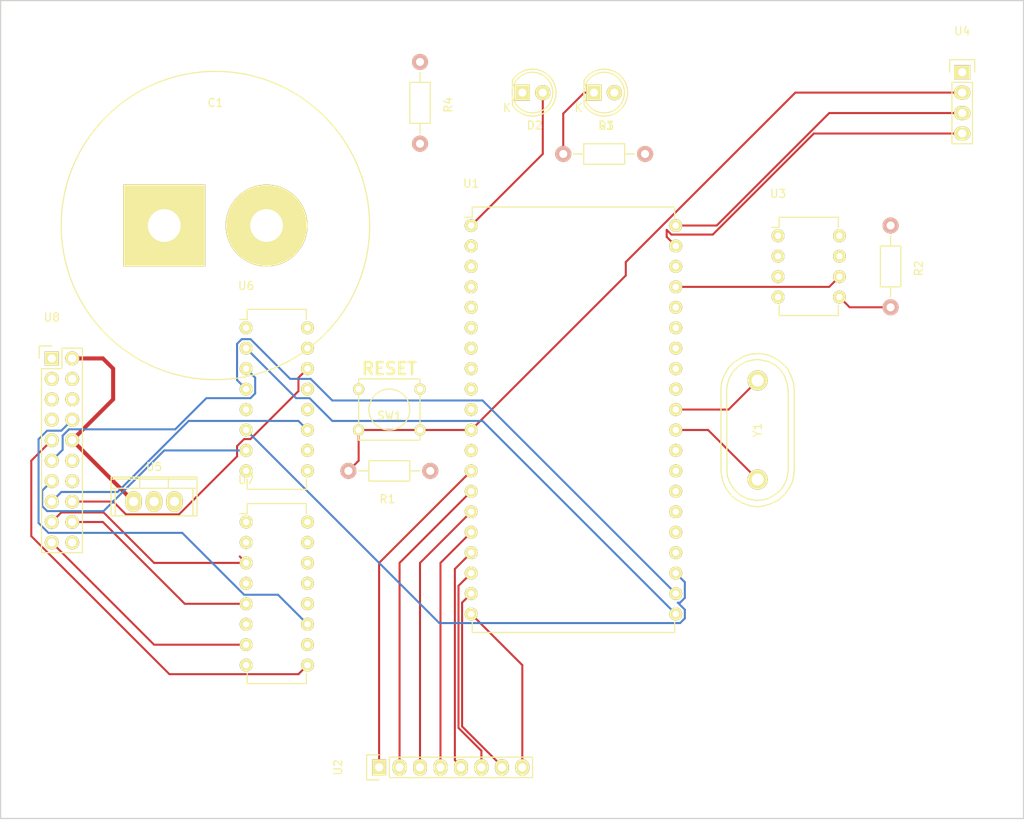
<source format=kicad_pcb>
(kicad_pcb (version 4) (host pcbnew 4.0.0-stable)

  (general
    (links 74)
    (no_connects 74)
    (area 30.404999 30.404999 157.555001 132.155001)
    (thickness 1.6)
    (drawings 5)
    (tracks 148)
    (zones 0)
    (modules 17)
    (nets 58)
  )

  (page A4)
  (layers
    (0 F.Cu signal)
    (31 B.Cu signal)
    (32 B.Adhes user)
    (33 F.Adhes user)
    (34 B.Paste user)
    (35 F.Paste user)
    (36 B.SilkS user)
    (37 F.SilkS user)
    (38 B.Mask user)
    (39 F.Mask user)
    (40 Dwgs.User user)
    (41 Cmts.User user)
    (42 Eco1.User user)
    (43 Eco2.User user)
    (44 Edge.Cuts user)
    (45 Margin user)
    (46 B.CrtYd user)
    (47 F.CrtYd user)
    (48 B.Fab user)
    (49 F.Fab user)
  )

  (setup
    (last_trace_width 0.25)
    (trace_clearance 0.2)
    (zone_clearance 0.508)
    (zone_45_only no)
    (trace_min 0.2)
    (segment_width 0.2)
    (edge_width 0.15)
    (via_size 0.6)
    (via_drill 0.4)
    (via_min_size 0.4)
    (via_min_drill 0.3)
    (uvia_size 0.3)
    (uvia_drill 0.1)
    (uvias_allowed no)
    (uvia_min_size 0.2)
    (uvia_min_drill 0.1)
    (pcb_text_width 0.3)
    (pcb_text_size 1.5 1.5)
    (mod_edge_width 0.15)
    (mod_text_size 1 1)
    (mod_text_width 0.15)
    (pad_size 1.524 1.524)
    (pad_drill 0.762)
    (pad_to_mask_clearance 0.2)
    (aux_axis_origin 0 0)
    (visible_elements FFFFFF7F)
    (pcbplotparams
      (layerselection 0x00030_80000001)
      (usegerberextensions false)
      (excludeedgelayer true)
      (linewidth 0.100000)
      (plotframeref false)
      (viasonmask false)
      (mode 1)
      (useauxorigin false)
      (hpglpennumber 1)
      (hpglpenspeed 20)
      (hpglpendiameter 15)
      (hpglpenoverlay 2)
      (psnegative false)
      (psa4output false)
      (plotreference true)
      (plotvalue true)
      (plotinvisibletext false)
      (padsonsilk false)
      (subtractmaskfromsilk false)
      (outputformat 1)
      (mirror false)
      (drillshape 1)
      (scaleselection 1)
      (outputdirectory ""))
  )

  (net 0 "")
  (net 1 +3V3)
  (net 2 "Net-(R1-Pad2)")
  (net 3 GND)
  (net 4 "Net-(U1-Pad2)")
  (net 5 "Net-(U1-Pad3)")
  (net 6 "Net-(U1-Pad4)")
  (net 7 "Net-(U1-Pad5)")
  (net 8 "Net-(U1-Pad6)")
  (net 9 "Net-(U1-Pad7)")
  (net 10 "Net-(U1-Pad8)")
  (net 11 "Net-(U1-Pad13)")
  (net 12 "Net-(U1-Pad14)")
  (net 13 "Net-(U1-Pad15)")
  (net 14 "Net-(U1-Pad16)")
  (net 15 "Net-(U1-Pad17)")
  (net 16 "Net-(U1-Pad18)")
  (net 17 "Net-(U1-Pad19)")
  (net 18 "Net-(U1-Pad20)")
  (net 19 "Net-(U1-Pad30)")
  (net 20 "Net-(U1-Pad31)")
  (net 21 "Net-(U1-Pad36)")
  (net 22 "Net-(U1-Pad37)")
  (net 23 "Net-(U1-Pad39)")
  (net 24 "Net-(U1-Pad40)")
  (net 25 "Net-(D1-Pad1)")
  (net 26 "Net-(D2-Pad1)")
  (net 27 "Net-(D2-Pad2)")
  (net 28 "Net-(R2-Pad2)")
  (net 29 /D0)
  (net 30 /D1)
  (net 31 /D2)
  (net 32 /D3)
  (net 33 /D4)
  (net 34 /D5)
  (net 35 /D6)
  (net 36 /D7)
  (net 37 //IORQ)
  (net 38 //WR)
  (net 39 /A7)
  (net 40 "Net-(U6-Pad3)")
  (net 41 "Net-(U6-Pad5)")
  (net 42 "Net-(U6-Pad7)")
  (net 43 "Net-(U6-Pad9)")
  (net 44 "Net-(U6-Pad11)")
  (net 45 "Net-(U6-Pad14)")
  (net 46 "Net-(U7-Pad3)")
  (net 47 "Net-(U7-Pad5)")
  (net 48 "Net-(U7-Pad7)")
  (net 49 "Net-(U7-Pad9)")
  (net 50 "Net-(U7-Pad11)")
  (net 51 "Net-(U7-Pad15)")
  (net 52 +5V)
  (net 53 "Net-(U8-Pad3)")
  (net 54 "Net-(U8-Pad4)")
  (net 55 "Net-(U8-Pad5)")
  (net 56 "Net-(U8-Pad6)")
  (net 57 "Net-(U8-Pad7)")

  (net_class Default "This is the default net class."
    (clearance 0.2)
    (trace_width 0.25)
    (via_dia 0.6)
    (via_drill 0.4)
    (uvia_dia 0.3)
    (uvia_drill 0.1)
    (add_net +3V3)
    (add_net +5V)
    (add_net //IORQ)
    (add_net //WR)
    (add_net /A7)
    (add_net /D0)
    (add_net /D1)
    (add_net /D2)
    (add_net /D3)
    (add_net /D4)
    (add_net /D5)
    (add_net /D6)
    (add_net /D7)
    (add_net GND)
    (add_net "Net-(D1-Pad1)")
    (add_net "Net-(D2-Pad1)")
    (add_net "Net-(D2-Pad2)")
    (add_net "Net-(R1-Pad2)")
    (add_net "Net-(R2-Pad2)")
    (add_net "Net-(U1-Pad13)")
    (add_net "Net-(U1-Pad14)")
    (add_net "Net-(U1-Pad15)")
    (add_net "Net-(U1-Pad16)")
    (add_net "Net-(U1-Pad17)")
    (add_net "Net-(U1-Pad18)")
    (add_net "Net-(U1-Pad19)")
    (add_net "Net-(U1-Pad2)")
    (add_net "Net-(U1-Pad20)")
    (add_net "Net-(U1-Pad3)")
    (add_net "Net-(U1-Pad30)")
    (add_net "Net-(U1-Pad31)")
    (add_net "Net-(U1-Pad36)")
    (add_net "Net-(U1-Pad37)")
    (add_net "Net-(U1-Pad39)")
    (add_net "Net-(U1-Pad4)")
    (add_net "Net-(U1-Pad40)")
    (add_net "Net-(U1-Pad5)")
    (add_net "Net-(U1-Pad6)")
    (add_net "Net-(U1-Pad7)")
    (add_net "Net-(U1-Pad8)")
    (add_net "Net-(U6-Pad11)")
    (add_net "Net-(U6-Pad14)")
    (add_net "Net-(U6-Pad3)")
    (add_net "Net-(U6-Pad5)")
    (add_net "Net-(U6-Pad7)")
    (add_net "Net-(U6-Pad9)")
    (add_net "Net-(U7-Pad11)")
    (add_net "Net-(U7-Pad15)")
    (add_net "Net-(U7-Pad3)")
    (add_net "Net-(U7-Pad5)")
    (add_net "Net-(U7-Pad7)")
    (add_net "Net-(U7-Pad9)")
    (add_net "Net-(U8-Pad3)")
    (add_net "Net-(U8-Pad4)")
    (add_net "Net-(U8-Pad5)")
    (add_net "Net-(U8-Pad6)")
    (add_net "Net-(U8-Pad7)")
  )

  (module Resistors_ThroughHole:Resistor_Horizontal_RM10mm (layer F.Cu) (tedit 566E5AB7) (tstamp 566E51B9)
    (at 78.74 88.9 180)
    (descr "Resistor, Axial,  RM 10mm, 1/3W,")
    (tags "Resistor, Axial, RM 10mm, 1/3W,")
    (path /566E4B83)
    (fp_text reference R1 (at 0.24892 -3.50012 180) (layer F.SilkS)
      (effects (font (size 1 1) (thickness 0.15)))
    )
    (fp_text value 10K (at 0 0 180) (layer F.Fab)
      (effects (font (size 1 1) (thickness 0.15)))
    )
    (fp_line (start -2.54 -1.27) (end 2.54 -1.27) (layer F.SilkS) (width 0.15))
    (fp_line (start 2.54 -1.27) (end 2.54 1.27) (layer F.SilkS) (width 0.15))
    (fp_line (start 2.54 1.27) (end -2.54 1.27) (layer F.SilkS) (width 0.15))
    (fp_line (start -2.54 1.27) (end -2.54 -1.27) (layer F.SilkS) (width 0.15))
    (fp_line (start -2.54 0) (end -3.81 0) (layer F.SilkS) (width 0.15))
    (fp_line (start 2.54 0) (end 3.81 0) (layer F.SilkS) (width 0.15))
    (pad 1 thru_hole circle (at -5.08 0 180) (size 1.99898 1.99898) (drill 1.00076) (layers *.Cu *.SilkS *.Mask)
      (net 1 +3V3))
    (pad 2 thru_hole circle (at 5.08 0 180) (size 1.99898 1.99898) (drill 1.00076) (layers *.Cu *.SilkS *.Mask)
      (net 2 "Net-(R1-Pad2)"))
    (model Resistors_ThroughHole.3dshapes/Resistor_Horizontal_RM10mm.wrl
      (at (xyz 0 0 0))
      (scale (xyz 0.4 0.4 0.4))
      (rotate (xyz 0 0 0))
    )
  )

  (module Buttons_Switches_ThroughHole:SW_PUSH_SMALL (layer F.Cu) (tedit 566E5AB2) (tstamp 566E51C1)
    (at 78.74 81.28 180)
    (path /566E4BAC)
    (fp_text reference SW1 (at 0 -0.762 180) (layer F.SilkS)
      (effects (font (size 1 1) (thickness 0.15)))
    )
    (fp_text value SW_PUSH (at 0 0 180) (layer F.Fab)
      (effects (font (size 1 1) (thickness 0.15)))
    )
    (fp_circle (center 0 0) (end 0 -2.54) (layer F.SilkS) (width 0.15))
    (fp_line (start -3.81 -3.81) (end 3.81 -3.81) (layer F.SilkS) (width 0.15))
    (fp_line (start 3.81 -3.81) (end 3.81 3.81) (layer F.SilkS) (width 0.15))
    (fp_line (start 3.81 3.81) (end -3.81 3.81) (layer F.SilkS) (width 0.15))
    (fp_line (start -3.81 -3.81) (end -3.81 3.81) (layer F.SilkS) (width 0.15))
    (pad 1 thru_hole circle (at 3.81 -2.54 180) (size 1.397 1.397) (drill 0.8128) (layers *.Cu *.Mask F.SilkS)
      (net 2 "Net-(R1-Pad2)"))
    (pad 2 thru_hole circle (at 3.81 2.54 180) (size 1.397 1.397) (drill 0.8128) (layers *.Cu *.Mask F.SilkS)
      (net 3 GND))
    (pad 1 thru_hole circle (at -3.81 -2.54 180) (size 1.397 1.397) (drill 0.8128) (layers *.Cu *.Mask F.SilkS)
      (net 2 "Net-(R1-Pad2)"))
    (pad 2 thru_hole circle (at -3.81 2.54 180) (size 1.397 1.397) (drill 0.8128) (layers *.Cu *.Mask F.SilkS)
      (net 3 GND))
  )

  (module Housings_DIP:DIP-40_W25.4mm (layer F.Cu) (tedit 54130A77) (tstamp 566E51ED)
    (at 88.9 58.42)
    (descr "40-lead dip package, row spacing 25.4 mm (1000 mils)")
    (tags "dil dip 2.54 1000")
    (path /566E498F)
    (fp_text reference U1 (at 0 -5.22) (layer F.SilkS)
      (effects (font (size 1 1) (thickness 0.15)))
    )
    (fp_text value Propeller_P8X32A-D40 (at 0 -3.72) (layer F.Fab)
      (effects (font (size 1 1) (thickness 0.15)))
    )
    (fp_line (start -1.05 -2.45) (end -1.05 50.75) (layer F.CrtYd) (width 0.05))
    (fp_line (start 26.45 -2.45) (end 26.45 50.75) (layer F.CrtYd) (width 0.05))
    (fp_line (start -1.05 -2.45) (end 26.45 -2.45) (layer F.CrtYd) (width 0.05))
    (fp_line (start -1.05 50.75) (end 26.45 50.75) (layer F.CrtYd) (width 0.05))
    (fp_line (start 0.135 -2.295) (end 0.135 -1.025) (layer F.SilkS) (width 0.15))
    (fp_line (start 25.265 -2.295) (end 25.265 -1.025) (layer F.SilkS) (width 0.15))
    (fp_line (start 25.265 50.555) (end 25.265 49.285) (layer F.SilkS) (width 0.15))
    (fp_line (start 0.135 50.555) (end 0.135 49.285) (layer F.SilkS) (width 0.15))
    (fp_line (start 0.135 -2.295) (end 25.265 -2.295) (layer F.SilkS) (width 0.15))
    (fp_line (start 0.135 50.555) (end 25.265 50.555) (layer F.SilkS) (width 0.15))
    (fp_line (start 0.135 -1.025) (end -0.8 -1.025) (layer F.SilkS) (width 0.15))
    (pad 1 thru_hole oval (at 0 0) (size 1.6 1.6) (drill 0.8) (layers *.Cu *.Mask F.SilkS)
      (net 27 "Net-(D2-Pad2)"))
    (pad 2 thru_hole oval (at 0 2.54) (size 1.6 1.6) (drill 0.8) (layers *.Cu *.Mask F.SilkS)
      (net 4 "Net-(U1-Pad2)"))
    (pad 3 thru_hole oval (at 0 5.08) (size 1.6 1.6) (drill 0.8) (layers *.Cu *.Mask F.SilkS)
      (net 5 "Net-(U1-Pad3)"))
    (pad 4 thru_hole oval (at 0 7.62) (size 1.6 1.6) (drill 0.8) (layers *.Cu *.Mask F.SilkS)
      (net 6 "Net-(U1-Pad4)"))
    (pad 5 thru_hole oval (at 0 10.16) (size 1.6 1.6) (drill 0.8) (layers *.Cu *.Mask F.SilkS)
      (net 7 "Net-(U1-Pad5)"))
    (pad 6 thru_hole oval (at 0 12.7) (size 1.6 1.6) (drill 0.8) (layers *.Cu *.Mask F.SilkS)
      (net 8 "Net-(U1-Pad6)"))
    (pad 7 thru_hole oval (at 0 15.24) (size 1.6 1.6) (drill 0.8) (layers *.Cu *.Mask F.SilkS)
      (net 9 "Net-(U1-Pad7)"))
    (pad 8 thru_hole oval (at 0 17.78) (size 1.6 1.6) (drill 0.8) (layers *.Cu *.Mask F.SilkS)
      (net 10 "Net-(U1-Pad8)"))
    (pad 9 thru_hole oval (at 0 20.32) (size 1.6 1.6) (drill 0.8) (layers *.Cu *.Mask F.SilkS)
      (net 3 GND))
    (pad 10 thru_hole oval (at 0 22.86) (size 1.6 1.6) (drill 0.8) (layers *.Cu *.Mask F.SilkS)
      (net 3 GND))
    (pad 11 thru_hole oval (at 0 25.4) (size 1.6 1.6) (drill 0.8) (layers *.Cu *.Mask F.SilkS)
      (net 2 "Net-(R1-Pad2)"))
    (pad 12 thru_hole oval (at 0 27.94) (size 1.6 1.6) (drill 0.8) (layers *.Cu *.Mask F.SilkS)
      (net 1 +3V3))
    (pad 13 thru_hole oval (at 0 30.48) (size 1.6 1.6) (drill 0.8) (layers *.Cu *.Mask F.SilkS)
      (net 11 "Net-(U1-Pad13)"))
    (pad 14 thru_hole oval (at 0 33.02) (size 1.6 1.6) (drill 0.8) (layers *.Cu *.Mask F.SilkS)
      (net 12 "Net-(U1-Pad14)"))
    (pad 15 thru_hole oval (at 0 35.56) (size 1.6 1.6) (drill 0.8) (layers *.Cu *.Mask F.SilkS)
      (net 13 "Net-(U1-Pad15)"))
    (pad 16 thru_hole oval (at 0 38.1) (size 1.6 1.6) (drill 0.8) (layers *.Cu *.Mask F.SilkS)
      (net 14 "Net-(U1-Pad16)"))
    (pad 17 thru_hole oval (at 0 40.64) (size 1.6 1.6) (drill 0.8) (layers *.Cu *.Mask F.SilkS)
      (net 15 "Net-(U1-Pad17)"))
    (pad 18 thru_hole oval (at 0 43.18) (size 1.6 1.6) (drill 0.8) (layers *.Cu *.Mask F.SilkS)
      (net 16 "Net-(U1-Pad18)"))
    (pad 19 thru_hole oval (at 0 45.72) (size 1.6 1.6) (drill 0.8) (layers *.Cu *.Mask F.SilkS)
      (net 17 "Net-(U1-Pad19)"))
    (pad 20 thru_hole oval (at 0 48.26) (size 1.6 1.6) (drill 0.8) (layers *.Cu *.Mask F.SilkS)
      (net 18 "Net-(U1-Pad20)"))
    (pad 21 thru_hole oval (at 25.4 48.26) (size 1.6 1.6) (drill 0.8) (layers *.Cu *.Mask F.SilkS)
      (net 29 /D0))
    (pad 22 thru_hole oval (at 25.4 45.72) (size 1.6 1.6) (drill 0.8) (layers *.Cu *.Mask F.SilkS)
      (net 30 /D1))
    (pad 23 thru_hole oval (at 25.4 43.18) (size 1.6 1.6) (drill 0.8) (layers *.Cu *.Mask F.SilkS)
      (net 31 /D2))
    (pad 24 thru_hole oval (at 25.4 40.64) (size 1.6 1.6) (drill 0.8) (layers *.Cu *.Mask F.SilkS)
      (net 32 /D3))
    (pad 25 thru_hole oval (at 25.4 38.1) (size 1.6 1.6) (drill 0.8) (layers *.Cu *.Mask F.SilkS)
      (net 33 /D4))
    (pad 26 thru_hole oval (at 25.4 35.56) (size 1.6 1.6) (drill 0.8) (layers *.Cu *.Mask F.SilkS)
      (net 34 /D5))
    (pad 27 thru_hole oval (at 25.4 33.02) (size 1.6 1.6) (drill 0.8) (layers *.Cu *.Mask F.SilkS)
      (net 35 /D6))
    (pad 28 thru_hole oval (at 25.4 30.48) (size 1.6 1.6) (drill 0.8) (layers *.Cu *.Mask F.SilkS)
      (net 36 /D7))
    (pad 29 thru_hole oval (at 25.4 27.94) (size 1.6 1.6) (drill 0.8) (layers *.Cu *.Mask F.SilkS)
      (net 3 GND))
    (pad 30 thru_hole oval (at 25.4 25.4) (size 1.6 1.6) (drill 0.8) (layers *.Cu *.Mask F.SilkS)
      (net 19 "Net-(U1-Pad30)"))
    (pad 31 thru_hole oval (at 25.4 22.86) (size 1.6 1.6) (drill 0.8) (layers *.Cu *.Mask F.SilkS)
      (net 20 "Net-(U1-Pad31)"))
    (pad 32 thru_hole oval (at 25.4 20.32) (size 1.6 1.6) (drill 0.8) (layers *.Cu *.Mask F.SilkS)
      (net 1 +3V3))
    (pad 33 thru_hole oval (at 25.4 17.78) (size 1.6 1.6) (drill 0.8) (layers *.Cu *.Mask F.SilkS)
      (net 37 //IORQ))
    (pad 34 thru_hole oval (at 25.4 15.24) (size 1.6 1.6) (drill 0.8) (layers *.Cu *.Mask F.SilkS)
      (net 38 //WR))
    (pad 35 thru_hole oval (at 25.4 12.7) (size 1.6 1.6) (drill 0.8) (layers *.Cu *.Mask F.SilkS)
      (net 39 /A7))
    (pad 36 thru_hole oval (at 25.4 10.16) (size 1.6 1.6) (drill 0.8) (layers *.Cu *.Mask F.SilkS)
      (net 21 "Net-(U1-Pad36)"))
    (pad 37 thru_hole oval (at 25.4 7.62) (size 1.6 1.6) (drill 0.8) (layers *.Cu *.Mask F.SilkS)
      (net 22 "Net-(U1-Pad37)"))
    (pad 38 thru_hole oval (at 25.4 5.08) (size 1.6 1.6) (drill 0.8) (layers *.Cu *.Mask F.SilkS)
      (net 28 "Net-(R2-Pad2)"))
    (pad 39 thru_hole oval (at 25.4 2.54) (size 1.6 1.6) (drill 0.8) (layers *.Cu *.Mask F.SilkS)
      (net 23 "Net-(U1-Pad39)"))
    (pad 40 thru_hole oval (at 25.4 0) (size 1.6 1.6) (drill 0.8) (layers *.Cu *.Mask F.SilkS)
      (net 24 "Net-(U1-Pad40)"))
    (model Housings_DIP.3dshapes/DIP-40_W25.4mm.wrl
      (at (xyz 0 0 0))
      (scale (xyz 1 1 1))
      (rotate (xyz 0 0 0))
    )
  )

  (module Crystals:Crystal_HC48-U_Vertical (layer F.Cu) (tedit 0) (tstamp 566E51F3)
    (at 124.46 83.82 90)
    (descr "Crystal, Quarz, HC48/U, vertical, stehend,")
    (tags "Crystal, Quarz, HC48/U, vertical, stehend,")
    (path /566E4A7D)
    (fp_text reference Y1 (at 0 0 90) (layer F.SilkS)
      (effects (font (size 1 1) (thickness 0.15)))
    )
    (fp_text value "5 MHz" (at 0 6.35 90) (layer F.Fab)
      (effects (font (size 1 1) (thickness 0.15)))
    )
    (fp_line (start -5.15112 -3.79984) (end 5.04952 -3.85064) (layer F.SilkS) (width 0.15))
    (fp_line (start 5.04952 -3.85064) (end 5.64896 -3.74904) (layer F.SilkS) (width 0.15))
    (fp_line (start 5.64896 -3.74904) (end 6.49986 -3.50012) (layer F.SilkS) (width 0.15))
    (fp_line (start 6.49986 -3.50012) (end 7.2009 -3.0988) (layer F.SilkS) (width 0.15))
    (fp_line (start 7.2009 -3.0988) (end 8.04926 -2.25044) (layer F.SilkS) (width 0.15))
    (fp_line (start 8.04926 -2.25044) (end 8.49884 -1.39954) (layer F.SilkS) (width 0.15))
    (fp_line (start 8.49884 -1.39954) (end 8.6995 -0.55118) (layer F.SilkS) (width 0.15))
    (fp_line (start 8.6995 -0.55118) (end 8.7503 0.09906) (layer F.SilkS) (width 0.15))
    (fp_line (start 8.7503 0.09906) (end 8.49884 1.34874) (layer F.SilkS) (width 0.15))
    (fp_line (start 8.49884 1.34874) (end 8.04926 2.19964) (layer F.SilkS) (width 0.15))
    (fp_line (start 8.04926 2.19964) (end 7.44982 2.84988) (layer F.SilkS) (width 0.15))
    (fp_line (start 7.44982 2.84988) (end 6.70052 3.35026) (layer F.SilkS) (width 0.15))
    (fp_line (start 6.70052 3.35026) (end 5.64896 3.70078) (layer F.SilkS) (width 0.15))
    (fp_line (start 5.64896 3.70078) (end 4.8006 3.79984) (layer F.SilkS) (width 0.15))
    (fp_line (start 4.8006 3.79984) (end -5.00126 3.79984) (layer F.SilkS) (width 0.15))
    (fp_line (start -5.00126 3.79984) (end -5.95122 3.64998) (layer F.SilkS) (width 0.15))
    (fp_line (start -5.95122 3.64998) (end -6.70052 3.35026) (layer F.SilkS) (width 0.15))
    (fp_line (start -6.70052 3.35026) (end -7.35076 2.94894) (layer F.SilkS) (width 0.15))
    (fp_line (start -7.35076 2.94894) (end -7.8994 2.3495) (layer F.SilkS) (width 0.15))
    (fp_line (start -7.8994 2.3495) (end -8.45058 1.45034) (layer F.SilkS) (width 0.15))
    (fp_line (start -8.45058 1.45034) (end -8.65124 0.89916) (layer F.SilkS) (width 0.15))
    (fp_line (start -8.65124 0.89916) (end -8.7503 -0.20066) (layer F.SilkS) (width 0.15))
    (fp_line (start -8.7503 -0.20066) (end -8.54964 -1.24968) (layer F.SilkS) (width 0.15))
    (fp_line (start -8.54964 -1.24968) (end -8.10006 -2.14884) (layer F.SilkS) (width 0.15))
    (fp_line (start -8.10006 -2.14884) (end -7.35076 -2.94894) (layer F.SilkS) (width 0.15))
    (fp_line (start -7.35076 -2.94894) (end -6.55066 -3.44932) (layer F.SilkS) (width 0.15))
    (fp_line (start -6.55066 -3.44932) (end -5.75056 -3.74904) (layer F.SilkS) (width 0.15))
    (fp_line (start -5.75056 -3.74904) (end -5.10032 -3.79984) (layer F.SilkS) (width 0.15))
    (fp_line (start 5.10032 4.54914) (end -4.84886 4.54914) (layer F.SilkS) (width 0.15))
    (fp_line (start -4.84886 4.54914) (end -5.5499 4.50088) (layer F.SilkS) (width 0.15))
    (fp_line (start -5.5499 4.50088) (end -6.49986 4.30022) (layer F.SilkS) (width 0.15))
    (fp_line (start -6.49986 4.30022) (end -7.24916 3.8989) (layer F.SilkS) (width 0.15))
    (fp_line (start -7.24916 3.8989) (end -8.001 3.35026) (layer F.SilkS) (width 0.15))
    (fp_line (start -8.001 3.35026) (end -8.6995 2.60096) (layer F.SilkS) (width 0.15))
    (fp_line (start -8.6995 2.60096) (end -9.19988 1.5494) (layer F.SilkS) (width 0.15))
    (fp_line (start -9.19988 1.5494) (end -9.4488 0.65024) (layer F.SilkS) (width 0.15))
    (fp_line (start -9.4488 0.65024) (end -9.5504 0) (layer F.SilkS) (width 0.15))
    (fp_line (start -9.5504 0) (end -9.4488 -0.8001) (layer F.SilkS) (width 0.15))
    (fp_line (start -9.4488 -0.8001) (end -9.10082 -1.84912) (layer F.SilkS) (width 0.15))
    (fp_line (start -9.10082 -1.84912) (end -8.60044 -2.70002) (layer F.SilkS) (width 0.15))
    (fp_line (start -8.60044 -2.70002) (end -8.15086 -3.2512) (layer F.SilkS) (width 0.15))
    (fp_line (start -8.15086 -3.2512) (end -7.44982 -3.79984) (layer F.SilkS) (width 0.15))
    (fp_line (start -7.44982 -3.79984) (end -6.59892 -4.24942) (layer F.SilkS) (width 0.15))
    (fp_line (start -6.59892 -4.24942) (end -5.79882 -4.45008) (layer F.SilkS) (width 0.15))
    (fp_line (start -5.79882 -4.45008) (end -5.04952 -4.54914) (layer F.SilkS) (width 0.15))
    (fp_line (start -5.04952 -4.54914) (end 5.10032 -4.54914) (layer F.SilkS) (width 0.15))
    (fp_line (start 5.10032 -4.54914) (end 6.05028 -4.45008) (layer F.SilkS) (width 0.15))
    (fp_line (start 6.05028 -4.45008) (end 6.90118 -4.09956) (layer F.SilkS) (width 0.15))
    (fp_line (start 6.90118 -4.09956) (end 7.80034 -3.55092) (layer F.SilkS) (width 0.15))
    (fp_line (start 7.80034 -3.55092) (end 8.39978 -2.94894) (layer F.SilkS) (width 0.15))
    (fp_line (start 8.39978 -2.94894) (end 9.19988 -1.651) (layer F.SilkS) (width 0.15))
    (fp_line (start 9.19988 -1.651) (end 9.4488 -0.65024) (layer F.SilkS) (width 0.15))
    (fp_line (start 9.4488 -0.65024) (end 9.4996 0.24892) (layer F.SilkS) (width 0.15))
    (fp_line (start 9.4996 0.24892) (end 9.34974 1.15062) (layer F.SilkS) (width 0.15))
    (fp_line (start 9.34974 1.15062) (end 9.10082 1.84912) (layer F.SilkS) (width 0.15))
    (fp_line (start 9.10082 1.84912) (end 8.65124 2.60096) (layer F.SilkS) (width 0.15))
    (fp_line (start 8.65124 2.60096) (end 8.001 3.35026) (layer F.SilkS) (width 0.15))
    (fp_line (start 8.001 3.35026) (end 7.54888 3.74904) (layer F.SilkS) (width 0.15))
    (fp_line (start 7.54888 3.74904) (end 6.74878 4.15036) (layer F.SilkS) (width 0.15))
    (fp_line (start 6.74878 4.15036) (end 5.84962 4.45008) (layer F.SilkS) (width 0.15))
    (fp_line (start 5.84962 4.45008) (end 5.10032 4.54914) (layer F.SilkS) (width 0.15))
    (pad 1 thru_hole circle (at -6.14934 0 90) (size 2.49936 2.49936) (drill 1.50114) (layers *.Cu *.Mask F.SilkS)
      (net 19 "Net-(U1-Pad30)"))
    (pad 2 thru_hole circle (at 6.14934 0 90) (size 2.49936 2.49936) (drill 1.50114) (layers *.Cu *.Mask F.SilkS)
      (net 20 "Net-(U1-Pad31)"))
  )

  (module Discret:CP36V (layer F.Cu) (tedit 0) (tstamp 5688AD3F)
    (at 57.15 58.42)
    (descr "Condensateur polarise vertical")
    (tags CP)
    (path /5681FB9D)
    (fp_text reference C1 (at 0 -15.24) (layer F.SilkS)
      (effects (font (size 1 1) (thickness 0.15)))
    )
    (fp_text value "1000 µF" (at 1.27 15.24) (layer F.Fab)
      (effects (font (size 1 1) (thickness 0.15)))
    )
    (fp_circle (center 0 0) (end 19.05 1.905) (layer F.SilkS) (width 0.15))
    (pad 2 thru_hole circle (at 6.35 0) (size 10.16 10.16) (drill 4.064) (layers *.Cu *.Mask F.SilkS)
      (net 3 GND))
    (pad 1 thru_hole rect (at -6.35 0) (size 10.16 10.16) (drill 4.064) (layers *.Cu *.Mask F.SilkS)
      (net 1 +3V3))
    (model Discret.3dshapes/CP36V.wrl
      (at (xyz 0 0 0))
      (scale (xyz 1 1 1))
      (rotate (xyz 0 0 0))
    )
  )

  (module LEDs:LED-5MM (layer F.Cu) (tedit 5688D246) (tstamp 5688AD45)
    (at 104.14 41.91)
    (descr "LED 5mm round vertical")
    (tags "LED 5mm round vertical")
    (path /5681FD4E)
    (fp_text reference D1 (at 1.524 4.064) (layer F.SilkS)
      (effects (font (size 1 1) (thickness 0.15)))
    )
    (fp_text value POWER (at 1.524 -3.937) (layer F.Fab)
      (effects (font (size 1 1) (thickness 0.15)))
    )
    (fp_line (start -1.5 -1.55) (end -1.5 1.55) (layer F.CrtYd) (width 0.05))
    (fp_arc (start 1.3 0) (end -1.5 1.55) (angle -302) (layer F.CrtYd) (width 0.05))
    (fp_arc (start 1.27 0) (end -1.23 -1.5) (angle 297.5) (layer F.SilkS) (width 0.15))
    (fp_line (start -1.23 1.5) (end -1.23 -1.5) (layer F.SilkS) (width 0.15))
    (fp_circle (center 1.27 0) (end 0.97 -2.5) (layer F.SilkS) (width 0.15))
    (fp_text user K (at -1.905 1.905) (layer F.SilkS)
      (effects (font (size 1 1) (thickness 0.15)))
    )
    (pad 1 thru_hole rect (at 0 0 90) (size 2 1.9) (drill 1.00076) (layers *.Cu *.Mask F.SilkS)
      (net 25 "Net-(D1-Pad1)"))
    (pad 2 thru_hole circle (at 2.54 0) (size 1.9 1.9) (drill 1.00076) (layers *.Cu *.Mask F.SilkS)
      (net 1 +3V3))
    (model LEDs.3dshapes/LED-5MM.wrl
      (at (xyz 0.05 0 0))
      (scale (xyz 1 1 1))
      (rotate (xyz 0 0 90))
    )
  )

  (module LEDs:LED-5MM (layer F.Cu) (tedit 5688D24C) (tstamp 5688AD4B)
    (at 95.25 41.91)
    (descr "LED 5mm round vertical")
    (tags "LED 5mm round vertical")
    (path /56821EAA)
    (fp_text reference D2 (at 1.524 4.064) (layer F.SilkS)
      (effects (font (size 1 1) (thickness 0.15)))
    )
    (fp_text value DEBUG (at 1.524 -3.937) (layer F.Fab)
      (effects (font (size 1 1) (thickness 0.15)))
    )
    (fp_line (start -1.5 -1.55) (end -1.5 1.55) (layer F.CrtYd) (width 0.05))
    (fp_arc (start 1.3 0) (end -1.5 1.55) (angle -302) (layer F.CrtYd) (width 0.05))
    (fp_arc (start 1.27 0) (end -1.23 -1.5) (angle 297.5) (layer F.SilkS) (width 0.15))
    (fp_line (start -1.23 1.5) (end -1.23 -1.5) (layer F.SilkS) (width 0.15))
    (fp_circle (center 1.27 0) (end 0.97 -2.5) (layer F.SilkS) (width 0.15))
    (fp_text user K (at -1.905 1.905) (layer F.SilkS)
      (effects (font (size 1 1) (thickness 0.15)))
    )
    (pad 1 thru_hole rect (at 0 0 90) (size 2 1.9) (drill 1.00076) (layers *.Cu *.Mask F.SilkS)
      (net 26 "Net-(D2-Pad1)"))
    (pad 2 thru_hole circle (at 2.54 0) (size 1.9 1.9) (drill 1.00076) (layers *.Cu *.Mask F.SilkS)
      (net 27 "Net-(D2-Pad2)"))
    (model LEDs.3dshapes/LED-5MM.wrl
      (at (xyz 0.05 0 0))
      (scale (xyz 1 1 1))
      (rotate (xyz 0 0 90))
    )
  )

  (module Resistors_ThroughHole:Resistor_Horizontal_RM10mm (layer F.Cu) (tedit 53F56209) (tstamp 5688AD51)
    (at 140.97 63.5 270)
    (descr "Resistor, Axial,  RM 10mm, 1/3W,")
    (tags "Resistor, Axial, RM 10mm, 1/3W,")
    (path /5681F454)
    (fp_text reference R2 (at 0.24892 -3.50012 270) (layer F.SilkS)
      (effects (font (size 1 1) (thickness 0.15)))
    )
    (fp_text value 10k (at 3.81 3.81 270) (layer F.Fab)
      (effects (font (size 1 1) (thickness 0.15)))
    )
    (fp_line (start -2.54 -1.27) (end 2.54 -1.27) (layer F.SilkS) (width 0.15))
    (fp_line (start 2.54 -1.27) (end 2.54 1.27) (layer F.SilkS) (width 0.15))
    (fp_line (start 2.54 1.27) (end -2.54 1.27) (layer F.SilkS) (width 0.15))
    (fp_line (start -2.54 1.27) (end -2.54 -1.27) (layer F.SilkS) (width 0.15))
    (fp_line (start -2.54 0) (end -3.81 0) (layer F.SilkS) (width 0.15))
    (fp_line (start 2.54 0) (end 3.81 0) (layer F.SilkS) (width 0.15))
    (pad 1 thru_hole circle (at -5.08 0 270) (size 1.99898 1.99898) (drill 1.00076) (layers *.Cu *.SilkS *.Mask)
      (net 1 +3V3))
    (pad 2 thru_hole circle (at 5.08 0 270) (size 1.99898 1.99898) (drill 1.00076) (layers *.Cu *.SilkS *.Mask)
      (net 28 "Net-(R2-Pad2)"))
    (model Resistors_ThroughHole.3dshapes/Resistor_Horizontal_RM10mm.wrl
      (at (xyz 0 0 0))
      (scale (xyz 0.4 0.4 0.4))
      (rotate (xyz 0 0 0))
    )
  )

  (module Resistors_ThroughHole:Resistor_Horizontal_RM10mm (layer F.Cu) (tedit 53F56209) (tstamp 5688AD57)
    (at 105.41 49.53)
    (descr "Resistor, Axial,  RM 10mm, 1/3W,")
    (tags "Resistor, Axial, RM 10mm, 1/3W,")
    (path /5681FD9C)
    (fp_text reference R3 (at 0.24892 -3.50012) (layer F.SilkS)
      (effects (font (size 1 1) (thickness 0.15)))
    )
    (fp_text value 100 (at 3.81 3.81) (layer F.Fab)
      (effects (font (size 1 1) (thickness 0.15)))
    )
    (fp_line (start -2.54 -1.27) (end 2.54 -1.27) (layer F.SilkS) (width 0.15))
    (fp_line (start 2.54 -1.27) (end 2.54 1.27) (layer F.SilkS) (width 0.15))
    (fp_line (start 2.54 1.27) (end -2.54 1.27) (layer F.SilkS) (width 0.15))
    (fp_line (start -2.54 1.27) (end -2.54 -1.27) (layer F.SilkS) (width 0.15))
    (fp_line (start -2.54 0) (end -3.81 0) (layer F.SilkS) (width 0.15))
    (fp_line (start 2.54 0) (end 3.81 0) (layer F.SilkS) (width 0.15))
    (pad 1 thru_hole circle (at -5.08 0) (size 1.99898 1.99898) (drill 1.00076) (layers *.Cu *.SilkS *.Mask)
      (net 25 "Net-(D1-Pad1)"))
    (pad 2 thru_hole circle (at 5.08 0) (size 1.99898 1.99898) (drill 1.00076) (layers *.Cu *.SilkS *.Mask)
      (net 3 GND))
    (model Resistors_ThroughHole.3dshapes/Resistor_Horizontal_RM10mm.wrl
      (at (xyz 0 0 0))
      (scale (xyz 0.4 0.4 0.4))
      (rotate (xyz 0 0 0))
    )
  )

  (module Resistors_ThroughHole:Resistor_Horizontal_RM10mm (layer F.Cu) (tedit 53F56209) (tstamp 5688AD5D)
    (at 82.55 43.18 270)
    (descr "Resistor, Axial,  RM 10mm, 1/3W,")
    (tags "Resistor, Axial, RM 10mm, 1/3W,")
    (path /56821F00)
    (fp_text reference R4 (at 0.24892 -3.50012 270) (layer F.SilkS)
      (effects (font (size 1 1) (thickness 0.15)))
    )
    (fp_text value 100 (at 3.81 3.81 270) (layer F.Fab)
      (effects (font (size 1 1) (thickness 0.15)))
    )
    (fp_line (start -2.54 -1.27) (end 2.54 -1.27) (layer F.SilkS) (width 0.15))
    (fp_line (start 2.54 -1.27) (end 2.54 1.27) (layer F.SilkS) (width 0.15))
    (fp_line (start 2.54 1.27) (end -2.54 1.27) (layer F.SilkS) (width 0.15))
    (fp_line (start -2.54 1.27) (end -2.54 -1.27) (layer F.SilkS) (width 0.15))
    (fp_line (start -2.54 0) (end -3.81 0) (layer F.SilkS) (width 0.15))
    (fp_line (start 2.54 0) (end 3.81 0) (layer F.SilkS) (width 0.15))
    (pad 1 thru_hole circle (at -5.08 0 270) (size 1.99898 1.99898) (drill 1.00076) (layers *.Cu *.SilkS *.Mask)
      (net 26 "Net-(D2-Pad1)"))
    (pad 2 thru_hole circle (at 5.08 0 270) (size 1.99898 1.99898) (drill 1.00076) (layers *.Cu *.SilkS *.Mask)
      (net 3 GND))
    (model Resistors_ThroughHole.3dshapes/Resistor_Horizontal_RM10mm.wrl
      (at (xyz 0 0 0))
      (scale (xyz 0.4 0.4 0.4))
      (rotate (xyz 0 0 0))
    )
  )

  (module Pin_Headers:Pin_Header_Straight_1x08 (layer F.Cu) (tedit 0) (tstamp 5688AD69)
    (at 77.47 125.73 90)
    (descr "Through hole pin header")
    (tags "pin header")
    (path /5681E1A9)
    (fp_text reference U2 (at 0 -5.1 90) (layer F.SilkS)
      (effects (font (size 1 1) (thickness 0.15)))
    )
    (fp_text value VGA_daughter_board (at 0 -3.1 90) (layer F.Fab)
      (effects (font (size 1 1) (thickness 0.15)))
    )
    (fp_line (start -1.75 -1.75) (end -1.75 19.55) (layer F.CrtYd) (width 0.05))
    (fp_line (start 1.75 -1.75) (end 1.75 19.55) (layer F.CrtYd) (width 0.05))
    (fp_line (start -1.75 -1.75) (end 1.75 -1.75) (layer F.CrtYd) (width 0.05))
    (fp_line (start -1.75 19.55) (end 1.75 19.55) (layer F.CrtYd) (width 0.05))
    (fp_line (start 1.27 1.27) (end 1.27 19.05) (layer F.SilkS) (width 0.15))
    (fp_line (start 1.27 19.05) (end -1.27 19.05) (layer F.SilkS) (width 0.15))
    (fp_line (start -1.27 19.05) (end -1.27 1.27) (layer F.SilkS) (width 0.15))
    (fp_line (start 1.55 -1.55) (end 1.55 0) (layer F.SilkS) (width 0.15))
    (fp_line (start 1.27 1.27) (end -1.27 1.27) (layer F.SilkS) (width 0.15))
    (fp_line (start -1.55 0) (end -1.55 -1.55) (layer F.SilkS) (width 0.15))
    (fp_line (start -1.55 -1.55) (end 1.55 -1.55) (layer F.SilkS) (width 0.15))
    (pad 1 thru_hole rect (at 0 0 90) (size 2.032 1.7272) (drill 1.016) (layers *.Cu *.Mask F.SilkS)
      (net 11 "Net-(U1-Pad13)"))
    (pad 2 thru_hole oval (at 0 2.54 90) (size 2.032 1.7272) (drill 1.016) (layers *.Cu *.Mask F.SilkS)
      (net 12 "Net-(U1-Pad14)"))
    (pad 3 thru_hole oval (at 0 5.08 90) (size 2.032 1.7272) (drill 1.016) (layers *.Cu *.Mask F.SilkS)
      (net 13 "Net-(U1-Pad15)"))
    (pad 4 thru_hole oval (at 0 7.62 90) (size 2.032 1.7272) (drill 1.016) (layers *.Cu *.Mask F.SilkS)
      (net 14 "Net-(U1-Pad16)"))
    (pad 5 thru_hole oval (at 0 10.16 90) (size 2.032 1.7272) (drill 1.016) (layers *.Cu *.Mask F.SilkS)
      (net 15 "Net-(U1-Pad17)"))
    (pad 6 thru_hole oval (at 0 12.7 90) (size 2.032 1.7272) (drill 1.016) (layers *.Cu *.Mask F.SilkS)
      (net 16 "Net-(U1-Pad18)"))
    (pad 7 thru_hole oval (at 0 15.24 90) (size 2.032 1.7272) (drill 1.016) (layers *.Cu *.Mask F.SilkS)
      (net 17 "Net-(U1-Pad19)"))
    (pad 8 thru_hole oval (at 0 17.78 90) (size 2.032 1.7272) (drill 1.016) (layers *.Cu *.Mask F.SilkS)
      (net 18 "Net-(U1-Pad20)"))
    (model Pin_Headers.3dshapes/Pin_Header_Straight_1x08.wrl
      (at (xyz 0 -0.35 0))
      (scale (xyz 1 1 1))
      (rotate (xyz 0 0 90))
    )
  )

  (module Housings_DIP:DIP-8_W7.62mm (layer F.Cu) (tedit 54130A77) (tstamp 5688AD75)
    (at 127 59.69)
    (descr "8-lead dip package, row spacing 7.62 mm (300 mils)")
    (tags "dil dip 2.54 300")
    (path /5681F117)
    (fp_text reference U3 (at 0 -5.22) (layer F.SilkS)
      (effects (font (size 1 1) (thickness 0.15)))
    )
    (fp_text value 24LC256 (at 0 -3.72) (layer F.Fab)
      (effects (font (size 1 1) (thickness 0.15)))
    )
    (fp_line (start -1.05 -2.45) (end -1.05 10.1) (layer F.CrtYd) (width 0.05))
    (fp_line (start 8.65 -2.45) (end 8.65 10.1) (layer F.CrtYd) (width 0.05))
    (fp_line (start -1.05 -2.45) (end 8.65 -2.45) (layer F.CrtYd) (width 0.05))
    (fp_line (start -1.05 10.1) (end 8.65 10.1) (layer F.CrtYd) (width 0.05))
    (fp_line (start 0.135 -2.295) (end 0.135 -1.025) (layer F.SilkS) (width 0.15))
    (fp_line (start 7.485 -2.295) (end 7.485 -1.025) (layer F.SilkS) (width 0.15))
    (fp_line (start 7.485 9.915) (end 7.485 8.645) (layer F.SilkS) (width 0.15))
    (fp_line (start 0.135 9.915) (end 0.135 8.645) (layer F.SilkS) (width 0.15))
    (fp_line (start 0.135 -2.295) (end 7.485 -2.295) (layer F.SilkS) (width 0.15))
    (fp_line (start 0.135 9.915) (end 7.485 9.915) (layer F.SilkS) (width 0.15))
    (fp_line (start 0.135 -1.025) (end -0.8 -1.025) (layer F.SilkS) (width 0.15))
    (pad 1 thru_hole oval (at 0 0) (size 1.6 1.6) (drill 0.8) (layers *.Cu *.Mask F.SilkS)
      (net 3 GND))
    (pad 2 thru_hole oval (at 0 2.54) (size 1.6 1.6) (drill 0.8) (layers *.Cu *.Mask F.SilkS)
      (net 3 GND))
    (pad 3 thru_hole oval (at 0 5.08) (size 1.6 1.6) (drill 0.8) (layers *.Cu *.Mask F.SilkS)
      (net 3 GND))
    (pad 4 thru_hole oval (at 0 7.62) (size 1.6 1.6) (drill 0.8) (layers *.Cu *.Mask F.SilkS)
      (net 3 GND))
    (pad 5 thru_hole oval (at 7.62 7.62) (size 1.6 1.6) (drill 0.8) (layers *.Cu *.Mask F.SilkS)
      (net 28 "Net-(R2-Pad2)"))
    (pad 6 thru_hole oval (at 7.62 5.08) (size 1.6 1.6) (drill 0.8) (layers *.Cu *.Mask F.SilkS)
      (net 22 "Net-(U1-Pad37)"))
    (pad 7 thru_hole oval (at 7.62 2.54) (size 1.6 1.6) (drill 0.8) (layers *.Cu *.Mask F.SilkS)
      (net 3 GND))
    (pad 8 thru_hole oval (at 7.62 0) (size 1.6 1.6) (drill 0.8) (layers *.Cu *.Mask F.SilkS)
      (net 1 +3V3))
    (model Housings_DIP.3dshapes/DIP-8_W7.62mm.wrl
      (at (xyz 0 0 0))
      (scale (xyz 1 1 1))
      (rotate (xyz 0 0 0))
    )
  )

  (module Pin_Headers:Pin_Header_Straight_1x04 (layer F.Cu) (tedit 0) (tstamp 5688AD7D)
    (at 149.86 39.37)
    (descr "Through hole pin header")
    (tags "pin header")
    (path /5681F4AC)
    (fp_text reference U4 (at 0 -5.1) (layer F.SilkS)
      (effects (font (size 1 1) (thickness 0.15)))
    )
    (fp_text value Propeller_Plug (at 0 -3.1) (layer F.Fab)
      (effects (font (size 1 1) (thickness 0.15)))
    )
    (fp_line (start -1.75 -1.75) (end -1.75 9.4) (layer F.CrtYd) (width 0.05))
    (fp_line (start 1.75 -1.75) (end 1.75 9.4) (layer F.CrtYd) (width 0.05))
    (fp_line (start -1.75 -1.75) (end 1.75 -1.75) (layer F.CrtYd) (width 0.05))
    (fp_line (start -1.75 9.4) (end 1.75 9.4) (layer F.CrtYd) (width 0.05))
    (fp_line (start -1.27 1.27) (end -1.27 8.89) (layer F.SilkS) (width 0.15))
    (fp_line (start 1.27 1.27) (end 1.27 8.89) (layer F.SilkS) (width 0.15))
    (fp_line (start 1.55 -1.55) (end 1.55 0) (layer F.SilkS) (width 0.15))
    (fp_line (start -1.27 8.89) (end 1.27 8.89) (layer F.SilkS) (width 0.15))
    (fp_line (start 1.27 1.27) (end -1.27 1.27) (layer F.SilkS) (width 0.15))
    (fp_line (start -1.55 0) (end -1.55 -1.55) (layer F.SilkS) (width 0.15))
    (fp_line (start -1.55 -1.55) (end 1.55 -1.55) (layer F.SilkS) (width 0.15))
    (pad 1 thru_hole rect (at 0 0) (size 2.032 1.7272) (drill 1.016) (layers *.Cu *.Mask F.SilkS)
      (net 3 GND))
    (pad 2 thru_hole oval (at 0 2.54) (size 2.032 1.7272) (drill 1.016) (layers *.Cu *.Mask F.SilkS)
      (net 2 "Net-(R1-Pad2)"))
    (pad 3 thru_hole oval (at 0 5.08) (size 2.032 1.7272) (drill 1.016) (layers *.Cu *.Mask F.SilkS)
      (net 24 "Net-(U1-Pad40)"))
    (pad 4 thru_hole oval (at 0 7.62) (size 2.032 1.7272) (drill 1.016) (layers *.Cu *.Mask F.SilkS)
      (net 23 "Net-(U1-Pad39)"))
    (model Pin_Headers.3dshapes/Pin_Header_Straight_1x04.wrl
      (at (xyz 0 -0.15 0))
      (scale (xyz 1 1 1))
      (rotate (xyz 0 0 90))
    )
  )

  (module Power_Integrations:TO-220 (layer F.Cu) (tedit 0) (tstamp 5688AD84)
    (at 49.53 92.71)
    (descr "Non Isolated JEDEC TO-220 Package")
    (tags "Power Integration YN Package")
    (path /5681F8BE)
    (fp_text reference U5 (at 0 -4.318) (layer F.SilkS)
      (effects (font (size 1 1) (thickness 0.15)))
    )
    (fp_text value LM2937-3.3 (at 0 -4.318) (layer F.Fab)
      (effects (font (size 1 1) (thickness 0.15)))
    )
    (fp_line (start 4.826 -1.651) (end 4.826 1.778) (layer F.SilkS) (width 0.15))
    (fp_line (start -4.826 -1.651) (end -4.826 1.778) (layer F.SilkS) (width 0.15))
    (fp_line (start 5.334 -2.794) (end -5.334 -2.794) (layer F.SilkS) (width 0.15))
    (fp_line (start 1.778 -1.778) (end 1.778 -3.048) (layer F.SilkS) (width 0.15))
    (fp_line (start -1.778 -1.778) (end -1.778 -3.048) (layer F.SilkS) (width 0.15))
    (fp_line (start -5.334 -1.651) (end 5.334 -1.651) (layer F.SilkS) (width 0.15))
    (fp_line (start 5.334 1.778) (end -5.334 1.778) (layer F.SilkS) (width 0.15))
    (fp_line (start -5.334 -3.048) (end -5.334 1.778) (layer F.SilkS) (width 0.15))
    (fp_line (start 5.334 -3.048) (end 5.334 1.778) (layer F.SilkS) (width 0.15))
    (fp_line (start 5.334 -3.048) (end -5.334 -3.048) (layer F.SilkS) (width 0.15))
    (pad 2 thru_hole oval (at 0 0) (size 2.032 2.54) (drill 1.143) (layers *.Cu *.Mask F.SilkS)
      (net 3 GND))
    (pad 3 thru_hole oval (at 2.54 0) (size 2.032 2.54) (drill 1.143) (layers *.Cu *.Mask F.SilkS)
      (net 1 +3V3))
    (pad 1 thru_hole oval (at -2.54 0) (size 2.032 2.54) (drill 1.143) (layers *.Cu *.Mask F.SilkS)
      (net 52 +5V))
  )

  (module Housings_DIP:DIP-16_W7.62mm (layer F.Cu) (tedit 54130A77) (tstamp 5688AD98)
    (at 60.96 71.12)
    (descr "16-lead dip package, row spacing 7.62 mm (300 mils)")
    (tags "dil dip 2.54 300")
    (path /56823642)
    (fp_text reference U6 (at 0 -5.22) (layer F.SilkS)
      (effects (font (size 1 1) (thickness 0.15)))
    )
    (fp_text value 74HC4050 (at 0 -3.72) (layer F.Fab)
      (effects (font (size 1 1) (thickness 0.15)))
    )
    (fp_line (start -1.05 -2.45) (end -1.05 20.25) (layer F.CrtYd) (width 0.05))
    (fp_line (start 8.65 -2.45) (end 8.65 20.25) (layer F.CrtYd) (width 0.05))
    (fp_line (start -1.05 -2.45) (end 8.65 -2.45) (layer F.CrtYd) (width 0.05))
    (fp_line (start -1.05 20.25) (end 8.65 20.25) (layer F.CrtYd) (width 0.05))
    (fp_line (start 0.135 -2.295) (end 0.135 -1.025) (layer F.SilkS) (width 0.15))
    (fp_line (start 7.485 -2.295) (end 7.485 -1.025) (layer F.SilkS) (width 0.15))
    (fp_line (start 7.485 20.075) (end 7.485 18.805) (layer F.SilkS) (width 0.15))
    (fp_line (start 0.135 20.075) (end 0.135 18.805) (layer F.SilkS) (width 0.15))
    (fp_line (start 0.135 -2.295) (end 7.485 -2.295) (layer F.SilkS) (width 0.15))
    (fp_line (start 0.135 20.075) (end 7.485 20.075) (layer F.SilkS) (width 0.15))
    (fp_line (start 0.135 -1.025) (end -0.8 -1.025) (layer F.SilkS) (width 0.15))
    (pad 1 thru_hole oval (at 0 0) (size 1.6 1.6) (drill 0.8) (layers *.Cu *.Mask F.SilkS)
      (net 1 +3V3))
    (pad 2 thru_hole oval (at 0 2.54) (size 1.6 1.6) (drill 0.8) (layers *.Cu *.Mask F.SilkS)
      (net 29 /D0))
    (pad 3 thru_hole oval (at 0 5.08) (size 1.6 1.6) (drill 0.8) (layers *.Cu *.Mask F.SilkS)
      (net 40 "Net-(U6-Pad3)"))
    (pad 4 thru_hole oval (at 0 7.62) (size 1.6 1.6) (drill 0.8) (layers *.Cu *.Mask F.SilkS)
      (net 30 /D1))
    (pad 5 thru_hole oval (at 0 10.16) (size 1.6 1.6) (drill 0.8) (layers *.Cu *.Mask F.SilkS)
      (net 41 "Net-(U6-Pad5)"))
    (pad 6 thru_hole oval (at 0 12.7) (size 1.6 1.6) (drill 0.8) (layers *.Cu *.Mask F.SilkS)
      (net 31 /D2))
    (pad 7 thru_hole oval (at 0 15.24) (size 1.6 1.6) (drill 0.8) (layers *.Cu *.Mask F.SilkS)
      (net 42 "Net-(U6-Pad7)"))
    (pad 8 thru_hole oval (at 0 17.78) (size 1.6 1.6) (drill 0.8) (layers *.Cu *.Mask F.SilkS)
      (net 3 GND))
    (pad 9 thru_hole oval (at 7.62 17.78) (size 1.6 1.6) (drill 0.8) (layers *.Cu *.Mask F.SilkS)
      (net 43 "Net-(U6-Pad9)"))
    (pad 10 thru_hole oval (at 7.62 15.24) (size 1.6 1.6) (drill 0.8) (layers *.Cu *.Mask F.SilkS)
      (net 32 /D3))
    (pad 11 thru_hole oval (at 7.62 12.7) (size 1.6 1.6) (drill 0.8) (layers *.Cu *.Mask F.SilkS)
      (net 44 "Net-(U6-Pad11)"))
    (pad 12 thru_hole oval (at 7.62 10.16) (size 1.6 1.6) (drill 0.8) (layers *.Cu *.Mask F.SilkS)
      (net 33 /D4))
    (pad 13 thru_hole oval (at 7.62 7.62) (size 1.6 1.6) (drill 0.8) (layers *.Cu *.Mask F.SilkS))
    (pad 14 thru_hole oval (at 7.62 5.08) (size 1.6 1.6) (drill 0.8) (layers *.Cu *.Mask F.SilkS)
      (net 45 "Net-(U6-Pad14)"))
    (pad 15 thru_hole oval (at 7.62 2.54) (size 1.6 1.6) (drill 0.8) (layers *.Cu *.Mask F.SilkS)
      (net 34 /D5))
    (pad 16 thru_hole oval (at 7.62 0) (size 1.6 1.6) (drill 0.8) (layers *.Cu *.Mask F.SilkS))
    (model Housings_DIP.3dshapes/DIP-16_W7.62mm.wrl
      (at (xyz 0 0 0))
      (scale (xyz 1 1 1))
      (rotate (xyz 0 0 0))
    )
  )

  (module Housings_DIP:DIP-16_W7.62mm (layer F.Cu) (tedit 54130A77) (tstamp 5688ADAC)
    (at 60.96 95.25)
    (descr "16-lead dip package, row spacing 7.62 mm (300 mils)")
    (tags "dil dip 2.54 300")
    (path /56824EF2)
    (fp_text reference U7 (at 0 -5.22) (layer F.SilkS)
      (effects (font (size 1 1) (thickness 0.15)))
    )
    (fp_text value 74HC4050 (at 0 -3.72) (layer F.Fab)
      (effects (font (size 1 1) (thickness 0.15)))
    )
    (fp_line (start -1.05 -2.45) (end -1.05 20.25) (layer F.CrtYd) (width 0.05))
    (fp_line (start 8.65 -2.45) (end 8.65 20.25) (layer F.CrtYd) (width 0.05))
    (fp_line (start -1.05 -2.45) (end 8.65 -2.45) (layer F.CrtYd) (width 0.05))
    (fp_line (start -1.05 20.25) (end 8.65 20.25) (layer F.CrtYd) (width 0.05))
    (fp_line (start 0.135 -2.295) (end 0.135 -1.025) (layer F.SilkS) (width 0.15))
    (fp_line (start 7.485 -2.295) (end 7.485 -1.025) (layer F.SilkS) (width 0.15))
    (fp_line (start 7.485 20.075) (end 7.485 18.805) (layer F.SilkS) (width 0.15))
    (fp_line (start 0.135 20.075) (end 0.135 18.805) (layer F.SilkS) (width 0.15))
    (fp_line (start 0.135 -2.295) (end 7.485 -2.295) (layer F.SilkS) (width 0.15))
    (fp_line (start 0.135 20.075) (end 7.485 20.075) (layer F.SilkS) (width 0.15))
    (fp_line (start 0.135 -1.025) (end -0.8 -1.025) (layer F.SilkS) (width 0.15))
    (pad 1 thru_hole oval (at 0 0) (size 1.6 1.6) (drill 0.8) (layers *.Cu *.Mask F.SilkS)
      (net 1 +3V3))
    (pad 2 thru_hole oval (at 0 2.54) (size 1.6 1.6) (drill 0.8) (layers *.Cu *.Mask F.SilkS)
      (net 35 /D6))
    (pad 3 thru_hole oval (at 0 5.08) (size 1.6 1.6) (drill 0.8) (layers *.Cu *.Mask F.SilkS)
      (net 46 "Net-(U7-Pad3)"))
    (pad 4 thru_hole oval (at 0 7.62) (size 1.6 1.6) (drill 0.8) (layers *.Cu *.Mask F.SilkS)
      (net 36 /D7))
    (pad 5 thru_hole oval (at 0 10.16) (size 1.6 1.6) (drill 0.8) (layers *.Cu *.Mask F.SilkS)
      (net 47 "Net-(U7-Pad5)"))
    (pad 6 thru_hole oval (at 0 12.7) (size 1.6 1.6) (drill 0.8) (layers *.Cu *.Mask F.SilkS)
      (net 39 /A7))
    (pad 7 thru_hole oval (at 0 15.24) (size 1.6 1.6) (drill 0.8) (layers *.Cu *.Mask F.SilkS)
      (net 48 "Net-(U7-Pad7)"))
    (pad 8 thru_hole oval (at 0 17.78) (size 1.6 1.6) (drill 0.8) (layers *.Cu *.Mask F.SilkS)
      (net 3 GND))
    (pad 9 thru_hole oval (at 7.62 17.78) (size 1.6 1.6) (drill 0.8) (layers *.Cu *.Mask F.SilkS)
      (net 49 "Net-(U7-Pad9)"))
    (pad 10 thru_hole oval (at 7.62 15.24) (size 1.6 1.6) (drill 0.8) (layers *.Cu *.Mask F.SilkS)
      (net 37 //IORQ))
    (pad 11 thru_hole oval (at 7.62 12.7) (size 1.6 1.6) (drill 0.8) (layers *.Cu *.Mask F.SilkS)
      (net 50 "Net-(U7-Pad11)"))
    (pad 12 thru_hole oval (at 7.62 10.16) (size 1.6 1.6) (drill 0.8) (layers *.Cu *.Mask F.SilkS)
      (net 38 //WR))
    (pad 13 thru_hole oval (at 7.62 7.62) (size 1.6 1.6) (drill 0.8) (layers *.Cu *.Mask F.SilkS))
    (pad 14 thru_hole oval (at 7.62 5.08) (size 1.6 1.6) (drill 0.8) (layers *.Cu *.Mask F.SilkS)
      (net 3 GND))
    (pad 15 thru_hole oval (at 7.62 2.54) (size 1.6 1.6) (drill 0.8) (layers *.Cu *.Mask F.SilkS)
      (net 51 "Net-(U7-Pad15)"))
    (pad 16 thru_hole oval (at 7.62 0) (size 1.6 1.6) (drill 0.8) (layers *.Cu *.Mask F.SilkS))
    (model Housings_DIP.3dshapes/DIP-16_W7.62mm.wrl
      (at (xyz 0 0 0))
      (scale (xyz 1 1 1))
      (rotate (xyz 0 0 0))
    )
  )

  (module Pin_Headers:Pin_Header_Straight_2x10 (layer F.Cu) (tedit 0) (tstamp 5688ADC4)
    (at 36.83 74.93)
    (descr "Through hole pin header")
    (tags "pin header")
    (path /56826E73)
    (fp_text reference U8 (at 0 -5.1) (layer F.SilkS)
      (effects (font (size 1 1) (thickness 0.15)))
    )
    (fp_text value Alice_3_bus (at 0 -3.1) (layer F.Fab)
      (effects (font (size 1 1) (thickness 0.15)))
    )
    (fp_line (start -1.75 -1.75) (end -1.75 24.65) (layer F.CrtYd) (width 0.05))
    (fp_line (start 4.3 -1.75) (end 4.3 24.65) (layer F.CrtYd) (width 0.05))
    (fp_line (start -1.75 -1.75) (end 4.3 -1.75) (layer F.CrtYd) (width 0.05))
    (fp_line (start -1.75 24.65) (end 4.3 24.65) (layer F.CrtYd) (width 0.05))
    (fp_line (start 3.81 24.13) (end 3.81 -1.27) (layer F.SilkS) (width 0.15))
    (fp_line (start -1.27 1.27) (end -1.27 24.13) (layer F.SilkS) (width 0.15))
    (fp_line (start 3.81 24.13) (end -1.27 24.13) (layer F.SilkS) (width 0.15))
    (fp_line (start 3.81 -1.27) (end 1.27 -1.27) (layer F.SilkS) (width 0.15))
    (fp_line (start 0 -1.55) (end -1.55 -1.55) (layer F.SilkS) (width 0.15))
    (fp_line (start 1.27 -1.27) (end 1.27 1.27) (layer F.SilkS) (width 0.15))
    (fp_line (start 1.27 1.27) (end -1.27 1.27) (layer F.SilkS) (width 0.15))
    (fp_line (start -1.55 -1.55) (end -1.55 0) (layer F.SilkS) (width 0.15))
    (pad 1 thru_hole rect (at 0 0) (size 1.7272 1.7272) (drill 1.016) (layers *.Cu *.Mask F.SilkS)
      (net 3 GND))
    (pad 2 thru_hole oval (at 2.54 0) (size 1.7272 1.7272) (drill 1.016) (layers *.Cu *.Mask F.SilkS)
      (net 52 +5V))
    (pad 3 thru_hole oval (at 0 2.54) (size 1.7272 1.7272) (drill 1.016) (layers *.Cu *.Mask F.SilkS)
      (net 53 "Net-(U8-Pad3)"))
    (pad 4 thru_hole oval (at 2.54 2.54) (size 1.7272 1.7272) (drill 1.016) (layers *.Cu *.Mask F.SilkS)
      (net 54 "Net-(U8-Pad4)"))
    (pad 5 thru_hole oval (at 0 5.08) (size 1.7272 1.7272) (drill 1.016) (layers *.Cu *.Mask F.SilkS)
      (net 55 "Net-(U8-Pad5)"))
    (pad 6 thru_hole oval (at 2.54 5.08) (size 1.7272 1.7272) (drill 1.016) (layers *.Cu *.Mask F.SilkS)
      (net 56 "Net-(U8-Pad6)"))
    (pad 7 thru_hole oval (at 0 7.62) (size 1.7272 1.7272) (drill 1.016) (layers *.Cu *.Mask F.SilkS)
      (net 57 "Net-(U8-Pad7)"))
    (pad 8 thru_hole oval (at 2.54 7.62) (size 1.7272 1.7272) (drill 1.016) (layers *.Cu *.Mask F.SilkS)
      (net 50 "Net-(U7-Pad11)"))
    (pad 9 thru_hole oval (at 0 10.16) (size 1.7272 1.7272) (drill 1.016) (layers *.Cu *.Mask F.SilkS)
      (net 49 "Net-(U7-Pad9)"))
    (pad 10 thru_hole oval (at 2.54 10.16) (size 1.7272 1.7272) (drill 1.016) (layers *.Cu *.Mask F.SilkS)
      (net 52 +5V))
    (pad 11 thru_hole oval (at 0 12.7) (size 1.7272 1.7272) (drill 1.016) (layers *.Cu *.Mask F.SilkS)
      (net 40 "Net-(U6-Pad3)"))
    (pad 12 thru_hole oval (at 2.54 12.7) (size 1.7272 1.7272) (drill 1.016) (layers *.Cu *.Mask F.SilkS)
      (net 41 "Net-(U6-Pad5)"))
    (pad 13 thru_hole oval (at 0 15.24) (size 1.7272 1.7272) (drill 1.016) (layers *.Cu *.Mask F.SilkS)
      (net 42 "Net-(U6-Pad7)"))
    (pad 14 thru_hole oval (at 2.54 15.24) (size 1.7272 1.7272) (drill 1.016) (layers *.Cu *.Mask F.SilkS)
      (net 43 "Net-(U6-Pad9)"))
    (pad 15 thru_hole oval (at 0 17.78) (size 1.7272 1.7272) (drill 1.016) (layers *.Cu *.Mask F.SilkS)
      (net 44 "Net-(U6-Pad11)"))
    (pad 16 thru_hole oval (at 2.54 17.78) (size 1.7272 1.7272) (drill 1.016) (layers *.Cu *.Mask F.SilkS)
      (net 45 "Net-(U6-Pad14)"))
    (pad 17 thru_hole oval (at 0 20.32) (size 1.7272 1.7272) (drill 1.016) (layers *.Cu *.Mask F.SilkS)
      (net 46 "Net-(U7-Pad3)"))
    (pad 18 thru_hole oval (at 2.54 20.32) (size 1.7272 1.7272) (drill 1.016) (layers *.Cu *.Mask F.SilkS)
      (net 47 "Net-(U7-Pad5)"))
    (pad 19 thru_hole oval (at 0 22.86) (size 1.7272 1.7272) (drill 1.016) (layers *.Cu *.Mask F.SilkS)
      (net 48 "Net-(U7-Pad7)"))
    (pad 20 thru_hole oval (at 2.54 22.86) (size 1.7272 1.7272) (drill 1.016) (layers *.Cu *.Mask F.SilkS)
      (net 3 GND))
    (model Pin_Headers.3dshapes/Pin_Header_Straight_2x10.wrl
      (at (xyz 0.05 -0.45 0))
      (scale (xyz 1 1 1))
      (rotate (xyz 0 0 90))
    )
  )

  (gr_line (start 30.48 132.08) (end 30.48 30.48) (angle 90) (layer Edge.Cuts) (width 0.15))
  (gr_line (start 157.48 132.08) (end 30.48 132.08) (angle 90) (layer Edge.Cuts) (width 0.15))
  (gr_line (start 157.48 30.48) (end 157.48 132.08) (angle 90) (layer Edge.Cuts) (width 0.15))
  (gr_line (start 30.48 30.48) (end 157.48 30.48) (angle 90) (layer Edge.Cuts) (width 0.15))
  (gr_text RESET (at 78.74 76.2) (layer F.SilkS)
    (effects (font (size 1.5 1.5) (thickness 0.3)))
  )

  (segment (start 88.9 83.82) (end 108.094999 64.625001) (width 0.25) (layer F.Cu) (net 2))
  (segment (start 108.094999 62.959999) (end 129.144998 41.91) (width 0.25) (layer F.Cu) (net 2))
  (segment (start 108.094999 64.625001) (end 108.094999 62.959999) (width 0.25) (layer F.Cu) (net 2))
  (segment (start 129.144998 41.91) (end 148.594 41.91) (width 0.25) (layer F.Cu) (net 2))
  (segment (start 148.594 41.91) (end 149.86 41.91) (width 0.25) (layer F.Cu) (net 2))
  (segment (start 74.93 83.82) (end 82.55 83.82) (width 0.25) (layer F.Cu) (net 2))
  (segment (start 74.93 83.82) (end 74.93 87.63) (width 0.25) (layer F.Cu) (net 2))
  (segment (start 74.93 87.63) (end 73.66 88.9) (width 0.25) (layer F.Cu) (net 2))
  (segment (start 88.9 83.82) (end 82.55 83.82) (width 0.25) (layer F.Cu) (net 2))
  (segment (start 77.47 125.73) (end 77.47 100.33) (width 0.25) (layer F.Cu) (net 11))
  (segment (start 77.47 100.33) (end 88.9 88.9) (width 0.25) (layer F.Cu) (net 11))
  (segment (start 80.01 125.73) (end 80.01 100.33) (width 0.25) (layer F.Cu) (net 12))
  (segment (start 80.01 100.33) (end 88.9 91.44) (width 0.25) (layer F.Cu) (net 12))
  (segment (start 82.55 125.73) (end 82.55 100.33) (width 0.25) (layer F.Cu) (net 13))
  (segment (start 82.55 100.33) (end 88.9 93.98) (width 0.25) (layer F.Cu) (net 13))
  (segment (start 85.09 125.73) (end 85.09 100.33) (width 0.25) (layer F.Cu) (net 14))
  (segment (start 85.09 100.33) (end 88.9 96.52) (width 0.25) (layer F.Cu) (net 14))
  (segment (start 87.63 125.73) (end 87.63 125.5776) (width 0.25) (layer F.Cu) (net 15))
  (segment (start 87.63 125.5776) (end 86.874979 124.822579) (width 0.25) (layer F.Cu) (net 15))
  (segment (start 86.874979 124.822579) (end 86.874979 101.085021) (width 0.25) (layer F.Cu) (net 15))
  (segment (start 86.874979 101.085021) (end 88.100001 99.859999) (width 0.25) (layer F.Cu) (net 15))
  (segment (start 88.100001 99.859999) (end 88.9 99.06) (width 0.25) (layer F.Cu) (net 15))
  (segment (start 90.17 125.73) (end 90.17 123.67401) (width 0.25) (layer F.Cu) (net 16))
  (segment (start 87.324989 103.175011) (end 88.100001 102.399999) (width 0.25) (layer F.Cu) (net 16))
  (segment (start 90.17 123.67401) (end 87.324989 120.828999) (width 0.25) (layer F.Cu) (net 16))
  (segment (start 87.324989 120.828999) (end 87.324989 103.175011) (width 0.25) (layer F.Cu) (net 16))
  (segment (start 88.100001 102.399999) (end 88.9 101.6) (width 0.25) (layer F.Cu) (net 16))
  (segment (start 92.71 125.73) (end 92.71 125.5776) (width 0.25) (layer F.Cu) (net 17))
  (segment (start 92.71 125.5776) (end 87.774999 120.642599) (width 0.25) (layer F.Cu) (net 17))
  (segment (start 87.774999 120.642599) (end 87.774999 105.265001) (width 0.25) (layer F.Cu) (net 17))
  (segment (start 87.774999 105.265001) (end 88.100001 104.939999) (width 0.25) (layer F.Cu) (net 17))
  (segment (start 88.100001 104.939999) (end 88.9 104.14) (width 0.25) (layer F.Cu) (net 17))
  (segment (start 95.25 125.73) (end 95.25 113.03) (width 0.25) (layer F.Cu) (net 18))
  (segment (start 95.25 113.03) (end 88.9 106.68) (width 0.25) (layer F.Cu) (net 18))
  (segment (start 114.3 83.82) (end 118.31066 83.82) (width 0.25) (layer F.Cu) (net 19))
  (segment (start 118.31066 83.82) (end 124.46 89.96934) (width 0.25) (layer F.Cu) (net 19))
  (segment (start 114.3 81.28) (end 120.85066 81.28) (width 0.25) (layer F.Cu) (net 20))
  (segment (start 120.85066 81.28) (end 124.46 77.67066) (width 0.25) (layer F.Cu) (net 20))
  (segment (start 134.62 64.77) (end 133.35 66.04) (width 0.25) (layer F.Cu) (net 22))
  (segment (start 133.35 66.04) (end 114.3 66.04) (width 0.25) (layer F.Cu) (net 22))
  (segment (start 114.3 60.96) (end 113.174999 59.834999) (width 0.25) (layer F.Cu) (net 23))
  (segment (start 113.174999 59.834999) (end 113.174999 58.960001) (width 0.25) (layer F.Cu) (net 23))
  (segment (start 113.174999 58.960001) (end 113.759999 59.545001) (width 0.25) (layer F.Cu) (net 23))
  (segment (start 113.759999 59.545001) (end 118.891409 59.545001) (width 0.25) (layer F.Cu) (net 23))
  (segment (start 118.891409 59.545001) (end 131.44641 46.99) (width 0.25) (layer F.Cu) (net 23))
  (segment (start 131.44641 46.99) (end 148.594 46.99) (width 0.25) (layer F.Cu) (net 23))
  (segment (start 148.594 46.99) (end 149.86 46.99) (width 0.25) (layer F.Cu) (net 23))
  (segment (start 119.38 58.42) (end 133.35 44.45) (width 0.25) (layer F.Cu) (net 24))
  (segment (start 133.35 44.45) (end 149.86 44.45) (width 0.25) (layer F.Cu) (net 24))
  (segment (start 114.3 58.42) (end 119.38 58.42) (width 0.25) (layer F.Cu) (net 24))
  (segment (start 100.33 49.53) (end 100.33 44.52) (width 0.25) (layer F.Cu) (net 25))
  (segment (start 100.33 44.52) (end 102.94 41.91) (width 0.25) (layer F.Cu) (net 25))
  (segment (start 102.94 41.91) (end 104.14 41.91) (width 0.25) (layer F.Cu) (net 25))
  (segment (start 97.79 41.91) (end 97.79 49.53) (width 0.25) (layer F.Cu) (net 27))
  (segment (start 97.79 49.53) (end 88.9 58.42) (width 0.25) (layer F.Cu) (net 27))
  (segment (start 140.97 68.58) (end 135.89 68.58) (width 0.25) (layer F.Cu) (net 28))
  (segment (start 135.89 68.58) (end 134.62 67.31) (width 0.25) (layer F.Cu) (net 28))
  (segment (start 114.3 106.68) (end 90.314999 82.694999) (width 0.25) (layer B.Cu) (net 29))
  (segment (start 90.314999 82.694999) (end 71.660001 82.694999) (width 0.25) (layer B.Cu) (net 29))
  (segment (start 71.660001 82.694999) (end 68.830003 79.865001) (width 0.25) (layer B.Cu) (net 29))
  (segment (start 61.759999 74.459999) (end 60.96 73.66) (width 0.25) (layer B.Cu) (net 29))
  (segment (start 68.830003 79.865001) (end 67.165001 79.865001) (width 0.25) (layer B.Cu) (net 29))
  (segment (start 67.165001 79.865001) (end 61.759999 74.459999) (width 0.25) (layer B.Cu) (net 29))
  (segment (start 114.3 104.14) (end 90.314999 80.154999) (width 0.25) (layer B.Cu) (net 30))
  (segment (start 90.314999 80.154999) (end 71.660001 80.154999) (width 0.25) (layer B.Cu) (net 30))
  (segment (start 71.660001 80.154999) (end 68.975002 77.47) (width 0.25) (layer B.Cu) (net 30))
  (segment (start 68.975002 77.47) (end 66.435002 77.47) (width 0.25) (layer B.Cu) (net 30))
  (segment (start 60.419999 72.534999) (end 59.834999 73.119999) (width 0.25) (layer B.Cu) (net 30))
  (segment (start 66.435002 77.47) (end 61.500001 72.534999) (width 0.25) (layer B.Cu) (net 30))
  (segment (start 61.500001 72.534999) (end 60.419999 72.534999) (width 0.25) (layer B.Cu) (net 30))
  (segment (start 59.834999 73.119999) (end 59.834999 77.614999) (width 0.25) (layer B.Cu) (net 30))
  (segment (start 60.160001 77.940001) (end 60.96 78.74) (width 0.25) (layer B.Cu) (net 30))
  (segment (start 59.834999 77.614999) (end 60.160001 77.940001) (width 0.25) (layer B.Cu) (net 30))
  (segment (start 114.3 101.6) (end 115.425001 102.725001) (width 0.25) (layer B.Cu) (net 31))
  (segment (start 115.425001 102.725001) (end 115.425001 104.680001) (width 0.25) (layer B.Cu) (net 31))
  (segment (start 115.425001 104.680001) (end 114.840001 105.265001) (width 0.25) (layer B.Cu) (net 31))
  (segment (start 114.840001 105.265001) (end 114.550003 105.265001) (width 0.25) (layer B.Cu) (net 31))
  (segment (start 114.550003 105.265001) (end 115.425001 106.139999) (width 0.25) (layer B.Cu) (net 31))
  (segment (start 115.425001 107.220001) (end 114.840001 107.805001) (width 0.25) (layer B.Cu) (net 31))
  (segment (start 84.945001 107.805001) (end 61.759999 84.619999) (width 0.25) (layer B.Cu) (net 31))
  (segment (start 115.425001 106.139999) (end 115.425001 107.220001) (width 0.25) (layer B.Cu) (net 31))
  (segment (start 114.840001 107.805001) (end 84.945001 107.805001) (width 0.25) (layer B.Cu) (net 31))
  (segment (start 61.759999 84.619999) (end 60.96 83.82) (width 0.25) (layer B.Cu) (net 31))
  (segment (start 36.83 87.63) (end 38.181399 86.278601) (width 0.25) (layer B.Cu) (net 40))
  (segment (start 38.962269 83.738601) (end 52.151399 83.738601) (width 0.25) (layer B.Cu) (net 40))
  (segment (start 38.181399 86.278601) (end 38.181399 84.519471) (width 0.25) (layer B.Cu) (net 40))
  (segment (start 62.085001 77.325001) (end 61.759999 76.999999) (width 0.25) (layer B.Cu) (net 40))
  (segment (start 38.181399 84.519471) (end 38.962269 83.738601) (width 0.25) (layer B.Cu) (net 40))
  (segment (start 61.500001 79.865001) (end 62.085001 79.280001) (width 0.25) (layer B.Cu) (net 40))
  (segment (start 52.151399 83.738601) (end 56.024999 79.865001) (width 0.25) (layer B.Cu) (net 40))
  (segment (start 56.024999 79.865001) (end 61.500001 79.865001) (width 0.25) (layer B.Cu) (net 40))
  (segment (start 62.085001 79.280001) (end 62.085001 77.325001) (width 0.25) (layer B.Cu) (net 40))
  (segment (start 61.759999 76.999999) (end 60.96 76.2) (width 0.25) (layer B.Cu) (net 40))
  (segment (start 60.96 86.36) (end 50.80282 86.36) (width 0.25) (layer B.Cu) (net 42))
  (segment (start 50.80282 86.36) (end 43.264219 93.898601) (width 0.25) (layer B.Cu) (net 42))
  (segment (start 43.264219 93.898601) (end 36.259471 93.898601) (width 0.25) (layer B.Cu) (net 42))
  (segment (start 36.259471 93.898601) (end 35.641399 93.280529) (width 0.25) (layer B.Cu) (net 42))
  (segment (start 35.641399 93.280529) (end 35.641399 91.358601) (width 0.25) (layer B.Cu) (net 42))
  (segment (start 35.641399 91.358601) (end 35.966401 91.033599) (width 0.25) (layer B.Cu) (net 42))
  (segment (start 35.966401 91.033599) (end 36.83 90.17) (width 0.25) (layer B.Cu) (net 42))
  (segment (start 68.58 83.82) (end 67.454999 82.694999) (width 0.25) (layer B.Cu) (net 44))
  (segment (start 67.454999 82.694999) (end 53.831411 82.694999) (width 0.25) (layer B.Cu) (net 44))
  (segment (start 53.831411 82.694999) (end 45.005011 91.521399) (width 0.25) (layer B.Cu) (net 44))
  (segment (start 45.005011 91.521399) (end 38.018601 91.521399) (width 0.25) (layer B.Cu) (net 44))
  (segment (start 38.018601 91.521399) (end 37.693599 91.846401) (width 0.25) (layer B.Cu) (net 44))
  (segment (start 37.693599 91.846401) (end 36.83 92.71) (width 0.25) (layer B.Cu) (net 44))
  (segment (start 39.37 92.71) (end 44.45 92.71) (width 0.25) (layer F.Cu) (net 45))
  (segment (start 60.709997 84.945001) (end 61.500001 84.945001) (width 0.25) (layer F.Cu) (net 45))
  (segment (start 44.45 92.71) (end 46.04501 94.30501) (width 0.25) (layer F.Cu) (net 45))
  (segment (start 52.625464 94.30501) (end 59.834999 87.095475) (width 0.25) (layer F.Cu) (net 45))
  (segment (start 59.834999 87.095475) (end 59.834999 85.819999) (width 0.25) (layer F.Cu) (net 45))
  (segment (start 59.834999 85.819999) (end 60.709997 84.945001) (width 0.25) (layer F.Cu) (net 45))
  (segment (start 46.04501 94.30501) (end 52.625464 94.30501) (width 0.25) (layer F.Cu) (net 45))
  (segment (start 61.500001 84.945001) (end 67.454999 78.990003) (width 0.25) (layer F.Cu) (net 45))
  (segment (start 67.454999 77.325001) (end 67.780001 76.999999) (width 0.25) (layer F.Cu) (net 45))
  (segment (start 67.454999 78.990003) (end 67.454999 77.325001) (width 0.25) (layer F.Cu) (net 45))
  (segment (start 67.780001 76.999999) (end 68.58 76.2) (width 0.25) (layer F.Cu) (net 45))
  (segment (start 43.261399 94.061399) (end 49.53 100.33) (width 0.25) (layer F.Cu) (net 46))
  (segment (start 49.53 100.33) (end 60.96 100.33) (width 0.25) (layer F.Cu) (net 46))
  (segment (start 36.83 95.25) (end 38.018601 94.061399) (width 0.25) (layer F.Cu) (net 46))
  (segment (start 38.018601 94.061399) (end 43.261399 94.061399) (width 0.25) (layer F.Cu) (net 46))
  (segment (start 60.160001 99.530001) (end 60.96 100.33) (width 0.25) (layer F.Cu) (net 46))
  (segment (start 43.18 95.25) (end 53.34 105.41) (width 0.25) (layer F.Cu) (net 47))
  (segment (start 53.34 105.41) (end 60.96 105.41) (width 0.25) (layer F.Cu) (net 47))
  (segment (start 39.37 95.25) (end 43.18 95.25) (width 0.25) (layer F.Cu) (net 47))
  (segment (start 36.83 97.79) (end 49.53 110.49) (width 0.25) (layer F.Cu) (net 48))
  (segment (start 49.53 110.49) (end 60.96 110.49) (width 0.25) (layer F.Cu) (net 48))
  (segment (start 36.83 85.09) (end 34.29 87.63) (width 0.25) (layer F.Cu) (net 49))
  (segment (start 34.29 87.63) (end 34.29 97.00913) (width 0.25) (layer F.Cu) (net 49))
  (segment (start 34.29 97.00913) (end 51.435871 114.155001) (width 0.25) (layer F.Cu) (net 49))
  (segment (start 51.435871 114.155001) (end 67.454999 114.155001) (width 0.25) (layer F.Cu) (net 49))
  (segment (start 67.454999 114.155001) (end 67.780001 113.829999) (width 0.25) (layer F.Cu) (net 49))
  (segment (start 67.780001 113.829999) (end 68.58 113.03) (width 0.25) (layer F.Cu) (net 49))
  (segment (start 39.37 82.55) (end 38.018601 83.901399) (width 0.25) (layer B.Cu) (net 50))
  (segment (start 38.018601 83.901399) (end 36.259471 83.901399) (width 0.25) (layer B.Cu) (net 50))
  (segment (start 36.422269 96.601399) (end 53.026397 96.601399) (width 0.25) (layer B.Cu) (net 50))
  (segment (start 64.914999 104.284999) (end 67.780001 107.150001) (width 0.25) (layer B.Cu) (net 50))
  (segment (start 36.259471 83.901399) (end 35.19139 84.96948) (width 0.25) (layer B.Cu) (net 50))
  (segment (start 35.19139 84.96948) (end 35.19139 95.37052) (width 0.25) (layer B.Cu) (net 50))
  (segment (start 35.19139 95.37052) (end 36.422269 96.601399) (width 0.25) (layer B.Cu) (net 50))
  (segment (start 53.026397 96.601399) (end 60.709997 104.284999) (width 0.25) (layer B.Cu) (net 50))
  (segment (start 60.709997 104.284999) (end 64.914999 104.284999) (width 0.25) (layer B.Cu) (net 50))
  (segment (start 67.780001 107.150001) (end 68.58 107.95) (width 0.25) (layer B.Cu) (net 50))
  (segment (start 39.37 85.09) (end 46.99 92.71) (width 0.5) (layer F.Cu) (net 52))
  (segment (start 44.45 76.2) (end 44.45 80.01) (width 0.5) (layer F.Cu) (net 52))
  (segment (start 44.45 80.01) (end 39.37 85.09) (width 0.5) (layer F.Cu) (net 52))
  (segment (start 43.18 74.93) (end 44.45 76.2) (width 0.5) (layer F.Cu) (net 52))
  (segment (start 39.37 74.93) (end 43.18 74.93) (width 0.5) (layer F.Cu) (net 52))

  (zone (net 3) (net_name GND) (layer B.Cu) (tstamp 566E5AF9) (hatch edge 0.508)
    (connect_pads (clearance 0.508))
    (min_thickness 0.254)
    (fill (arc_segments 16) (thermal_gap 0.508) (thermal_bridge_width 0.508))
    (polygon
      (pts
        (xy 154.94 129.54) (xy 33.02 129.54) (xy 33.02 33.02) (xy 154.94 33.02) (xy 154.94 129.54)
      )
    )
  )
)

</source>
